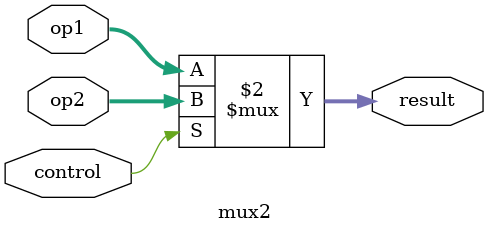
<source format=v>
`timescale 1ns / 1ps

module mux2 #(parameter WIDTH=8)(
    input [WIDTH-1:0]op1,
    input [WIDTH-1:0]op2,
    input control,
    output [WIDTH-1:0]result
    );
    
    assign result = ( control == 1'b0 ? op1 : op2);
    
endmodule


</source>
